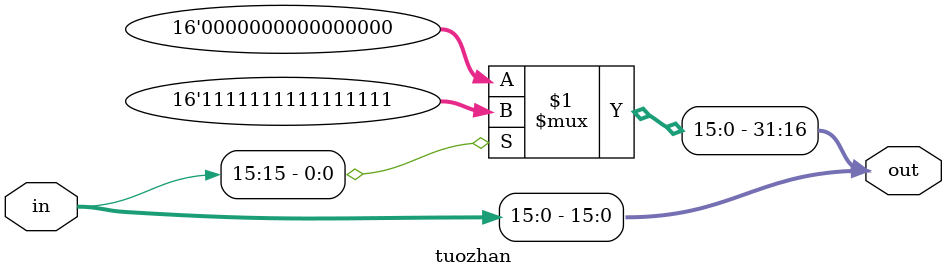
<source format=v>
module tuozhan(in,out);
input [15:0] in;
output [31:0] out;

assign out[15:0]=in;
assign out[31:16]=in[15]?16'hffff:16'h0000;

endmodule
</source>
